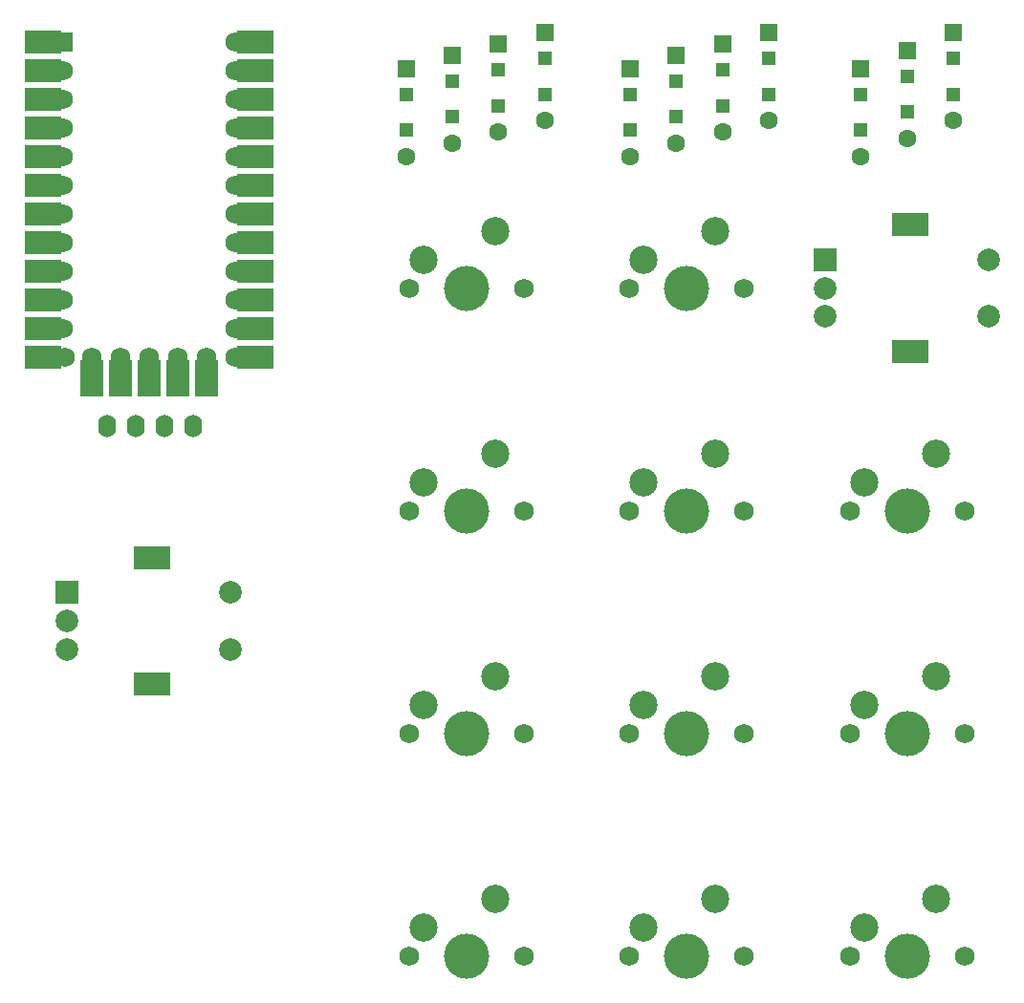
<source format=gbr>
%TF.GenerationSoftware,KiCad,Pcbnew,7.0.9-7.0.9~ubuntu22.04.1*%
%TF.CreationDate,2023-12-14T18:44:14-05:00*%
%TF.ProjectId,macrocoaster_v2,6d616372-6f63-46f6-9173-7465725f7632,rev?*%
%TF.SameCoordinates,Original*%
%TF.FileFunction,Soldermask,Top*%
%TF.FilePolarity,Negative*%
%FSLAX46Y46*%
G04 Gerber Fmt 4.6, Leading zero omitted, Abs format (unit mm)*
G04 Created by KiCad (PCBNEW 7.0.9-7.0.9~ubuntu22.04.1) date 2023-12-14 18:44:14*
%MOMM*%
%LPD*%
G01*
G04 APERTURE LIST*
%ADD10R,1.752600X1.752600*%
%ADD11R,3.250000X2.000000*%
%ADD12C,1.752600*%
%ADD13R,2.000000X3.250000*%
%ADD14O,1.600000X2.000000*%
%ADD15C,1.750000*%
%ADD16C,4.000000*%
%ADD17C,2.500000*%
%ADD18C,1.600000*%
%ADD19R,1.200000X1.200000*%
%ADD20R,1.600000X1.600000*%
%ADD21R,2.000000X2.000000*%
%ADD22C,2.000000*%
%ADD23R,3.200000X2.000000*%
G04 APERTURE END LIST*
D10*
%TO.C,U1*%
X61250000Y-45920000D03*
D11*
X59472000Y-45920000D03*
D12*
X61250000Y-48460000D03*
D11*
X59472000Y-48460000D03*
D12*
X61250000Y-51000000D03*
D11*
X59472000Y-51000000D03*
D12*
X61250000Y-53540000D03*
D11*
X59472000Y-53540000D03*
D12*
X61250000Y-56080000D03*
D11*
X59472000Y-56080000D03*
D12*
X61250000Y-58620000D03*
D11*
X59472000Y-58620000D03*
D12*
X61250000Y-61160000D03*
D11*
X59472000Y-61160000D03*
D12*
X61250000Y-63700000D03*
D11*
X59472000Y-63700000D03*
D12*
X61250000Y-66240000D03*
D11*
X59472000Y-66240000D03*
D12*
X61250000Y-68780000D03*
D11*
X59472000Y-68780000D03*
D12*
X61250000Y-71320000D03*
D11*
X59472000Y-71320000D03*
D12*
X61478600Y-73860000D03*
D11*
X59472000Y-73860000D03*
X78268000Y-73860000D03*
D12*
X76490000Y-73860000D03*
D11*
X78268000Y-71320000D03*
D12*
X76490000Y-71320000D03*
D11*
X78268000Y-68780000D03*
D12*
X76490000Y-68780000D03*
D11*
X78268000Y-66240000D03*
D12*
X76490000Y-66240000D03*
D11*
X78268000Y-63700000D03*
D12*
X76490000Y-63700000D03*
D11*
X78268000Y-61160000D03*
D12*
X76490000Y-61160000D03*
D11*
X78268000Y-58620000D03*
D12*
X76490000Y-58620000D03*
D11*
X78268000Y-56080000D03*
D12*
X76490000Y-56080000D03*
D11*
X78268000Y-53540000D03*
D12*
X76490000Y-53540000D03*
D11*
X78268000Y-51000000D03*
D12*
X76490000Y-51000000D03*
D11*
X78268000Y-48460000D03*
D12*
X76490000Y-48460000D03*
D11*
X78268000Y-45920000D03*
D12*
X76490000Y-45920000D03*
X63790000Y-73860000D03*
D13*
X63790000Y-75765000D03*
D12*
X66330000Y-73860000D03*
D13*
X66330000Y-75765000D03*
D12*
X68870000Y-73860000D03*
D13*
X68870000Y-75765000D03*
D12*
X71410000Y-73860000D03*
D13*
X71410000Y-75765000D03*
D12*
X73950000Y-73860000D03*
D13*
X73950000Y-75765000D03*
%TD*%
D14*
%TO.C,Brd1*%
X65170000Y-80000000D03*
X67710000Y-80000000D03*
X72790000Y-80000000D03*
X70250000Y-80000000D03*
%TD*%
D15*
%TO.C,SW2*%
X111420000Y-67750000D03*
D16*
X116500000Y-67750000D03*
D15*
X121580000Y-67750000D03*
D17*
X112690000Y-65210000D03*
X119040000Y-62670000D03*
%TD*%
D15*
%TO.C,SW3*%
X91920000Y-87500000D03*
D16*
X97000000Y-87500000D03*
D15*
X102080000Y-87500000D03*
D17*
X93190000Y-84960000D03*
X99540000Y-82420000D03*
%TD*%
D18*
%TO.C,D8*%
X136000000Y-54487500D03*
D19*
X136000000Y-52162500D03*
X136000000Y-49012500D03*
D20*
X136000000Y-46687500D03*
%TD*%
%TO.C,D2*%
X123750000Y-45100000D03*
D19*
X123750000Y-47425000D03*
X123750000Y-50575000D03*
D18*
X123750000Y-52900000D03*
%TD*%
D15*
%TO.C,SW11*%
X130920000Y-127000000D03*
D16*
X136000000Y-127000000D03*
D15*
X141080000Y-127000000D03*
D17*
X132190000Y-124460000D03*
X138540000Y-121920000D03*
%TD*%
D20*
%TO.C,D11*%
X131916667Y-48275000D03*
D19*
X131916667Y-50600000D03*
X131916667Y-53750000D03*
D18*
X131916667Y-56075000D03*
%TD*%
D17*
%TO.C,SW4*%
X119040000Y-82420000D03*
X112690000Y-84960000D03*
D15*
X121580000Y-87500000D03*
D16*
X116500000Y-87500000D03*
D15*
X111420000Y-87500000D03*
%TD*%
D21*
%TO.C,SW13*%
X128750000Y-65250000D03*
D22*
X128750000Y-70250000D03*
X128750000Y-67750000D03*
D23*
X136250000Y-62150000D03*
X136250000Y-73350000D03*
D22*
X143250000Y-70250000D03*
X143250000Y-65250000D03*
%TD*%
D15*
%TO.C,SW5*%
X130920000Y-87500000D03*
D16*
X136000000Y-87500000D03*
D15*
X141080000Y-87500000D03*
D17*
X132190000Y-84960000D03*
X138540000Y-82420000D03*
%TD*%
D20*
%TO.C,D1*%
X103916667Y-45100000D03*
D19*
X103916667Y-47425000D03*
X103916667Y-50575000D03*
D18*
X103916667Y-52900000D03*
%TD*%
D17*
%TO.C,SW8*%
X138540000Y-102170000D03*
X132190000Y-104710000D03*
D15*
X141080000Y-107250000D03*
D16*
X136000000Y-107250000D03*
D15*
X130920000Y-107250000D03*
%TD*%
D20*
%TO.C,D7*%
X115583333Y-47100000D03*
D19*
X115583333Y-49425000D03*
X115583333Y-52575000D03*
D18*
X115583333Y-54900000D03*
%TD*%
D15*
%TO.C,SW10*%
X111420000Y-127000000D03*
D16*
X116500000Y-127000000D03*
D15*
X121580000Y-127000000D03*
D17*
X112690000Y-124460000D03*
X119040000Y-121920000D03*
%TD*%
%TO.C,SW9*%
X99540000Y-121920000D03*
X93190000Y-124460000D03*
D15*
X102080000Y-127000000D03*
D16*
X97000000Y-127000000D03*
D15*
X91920000Y-127000000D03*
%TD*%
D20*
%TO.C,D4*%
X119666666Y-46100000D03*
D19*
X119666666Y-48425000D03*
X119666666Y-51575000D03*
D18*
X119666666Y-53900000D03*
%TD*%
D21*
%TO.C,SW14*%
X61620000Y-94750000D03*
D22*
X61620000Y-99750000D03*
X61620000Y-97250000D03*
D23*
X69120000Y-91650000D03*
X69120000Y-102850000D03*
D22*
X76120000Y-99750000D03*
X76120000Y-94750000D03*
%TD*%
D15*
%TO.C,SW7*%
X111420000Y-107250000D03*
D16*
X116500000Y-107250000D03*
D15*
X121580000Y-107250000D03*
D17*
X112690000Y-104710000D03*
X119040000Y-102170000D03*
%TD*%
D20*
%TO.C,D5*%
X140083334Y-45100000D03*
D19*
X140083334Y-47425000D03*
X140083334Y-50575000D03*
D18*
X140083334Y-52900000D03*
%TD*%
%TO.C,D3*%
X99833333Y-53900000D03*
D19*
X99833333Y-51575000D03*
X99833333Y-48425000D03*
D20*
X99833333Y-46100000D03*
%TD*%
%TO.C,D6*%
X95750000Y-47100000D03*
D19*
X95750000Y-49425000D03*
X95750000Y-52575000D03*
D18*
X95750000Y-54900000D03*
%TD*%
D17*
%TO.C,SW6*%
X99540000Y-102170000D03*
X93190000Y-104710000D03*
D15*
X102080000Y-107250000D03*
D16*
X97000000Y-107250000D03*
D15*
X91920000Y-107250000D03*
%TD*%
D18*
%TO.C,D9*%
X91666667Y-56075000D03*
D19*
X91666667Y-53750000D03*
X91666667Y-50600000D03*
D20*
X91666667Y-48275000D03*
%TD*%
D15*
%TO.C,SW1*%
X91920000Y-67750000D03*
D16*
X97000000Y-67750000D03*
D15*
X102080000Y-67750000D03*
D17*
X93190000Y-65210000D03*
X99540000Y-62670000D03*
%TD*%
D20*
%TO.C,D10*%
X111500000Y-48275000D03*
D19*
X111500000Y-50600000D03*
X111500000Y-53750000D03*
D18*
X111500000Y-56075000D03*
%TD*%
M02*

</source>
